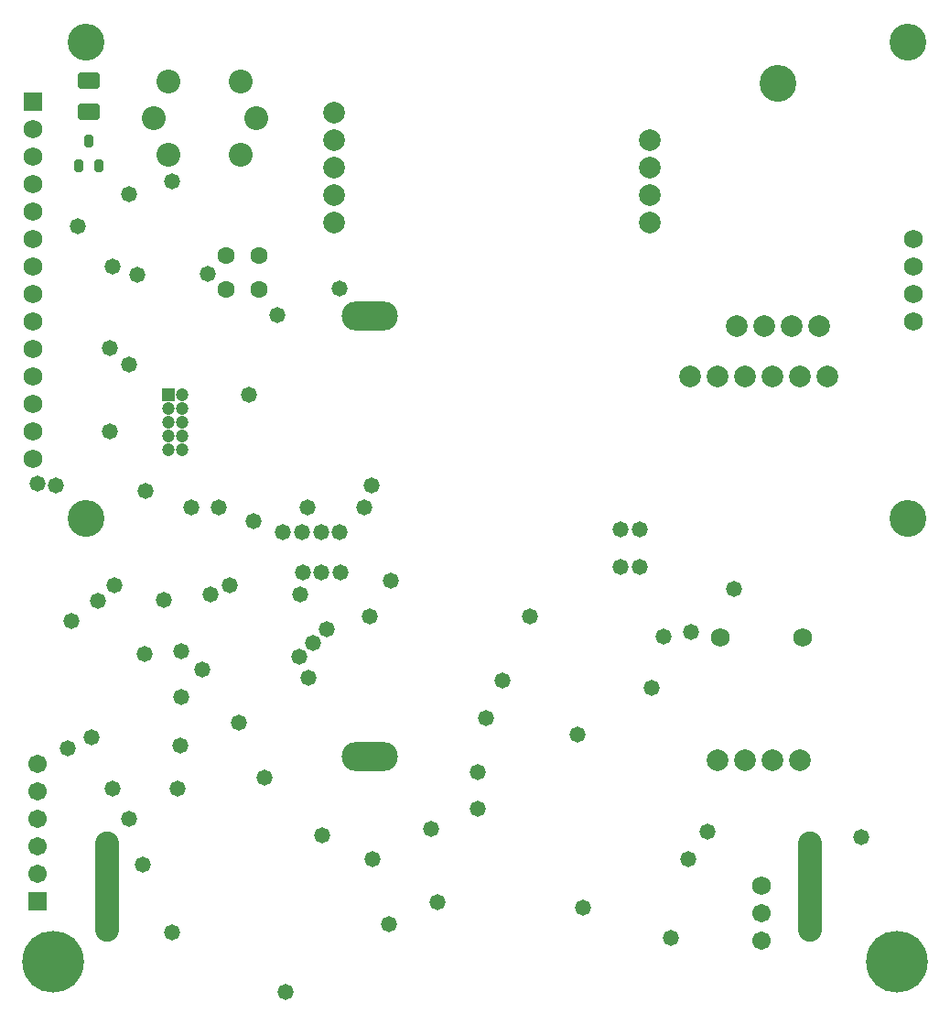
<source format=gbs>
G04*
G04 #@! TF.GenerationSoftware,Altium Limited,Altium Designer,19.1.5 (86)*
G04*
G04 Layer_Color=16711935*
%FSLAX25Y25*%
%MOIN*%
G70*
G01*
G75*
G04:AMPARAMS|DCode=20|XSize=31.62mil|YSize=47.37mil|CornerRadius=6.95mil|HoleSize=0mil|Usage=FLASHONLY|Rotation=0.000|XOffset=0mil|YOffset=0mil|HoleType=Round|Shape=RoundedRectangle|*
%AMROUNDEDRECTD20*
21,1,0.03162,0.03347,0,0,0.0*
21,1,0.01772,0.04737,0,0,0.0*
1,1,0.01391,0.00886,-0.01673*
1,1,0.01391,-0.00886,-0.01673*
1,1,0.01391,-0.00886,0.01673*
1,1,0.01391,0.00886,0.01673*
%
%ADD20ROUNDEDRECTD20*%
G04:AMPARAMS|DCode=21|XSize=78.87mil|YSize=59.18mil|CornerRadius=10.4mil|HoleSize=0mil|Usage=FLASHONLY|Rotation=180.000|XOffset=0mil|YOffset=0mil|HoleType=Round|Shape=RoundedRectangle|*
%AMROUNDEDRECTD21*
21,1,0.07887,0.03839,0,0,180.0*
21,1,0.05807,0.05918,0,0,180.0*
1,1,0.02080,-0.02904,0.01919*
1,1,0.02080,0.02904,0.01919*
1,1,0.02080,0.02904,-0.01919*
1,1,0.02080,-0.02904,-0.01919*
%
%ADD21ROUNDEDRECTD21*%
%ADD43O,0.08674X0.40170*%
%ADD44C,0.06800*%
%ADD45C,0.13398*%
%ADD46R,0.06800X0.06800*%
%ADD47C,0.07887*%
%ADD48O,0.20485X0.10642*%
%ADD49C,0.04737*%
%ADD50R,0.04737X0.04737*%
%ADD51C,0.06312*%
%ADD52C,0.08674*%
%ADD53C,0.06706*%
%ADD54R,0.06706X0.06706*%
%ADD55C,0.22453*%
%ADD56C,0.05800*%
D20*
X32480Y318504D02*
D03*
X28740Y309449D02*
D03*
X36220D02*
D03*
D21*
X32480Y340354D02*
D03*
Y328937D02*
D03*
D43*
X39370Y47244D02*
D03*
X295276D02*
D03*
D44*
X292461Y137795D02*
D03*
X262657D02*
D03*
X332835Y282716D02*
D03*
X332752Y272716D02*
D03*
X332835Y262717D02*
D03*
X332752Y252716D02*
D03*
X12126Y202716D02*
D03*
Y212717D02*
D03*
Y222716D02*
D03*
Y232716D02*
D03*
Y242717D02*
D03*
Y252716D02*
D03*
Y262717D02*
D03*
Y272716D02*
D03*
Y282716D02*
D03*
Y292717D02*
D03*
Y302716D02*
D03*
Y312717D02*
D03*
Y322716D02*
D03*
X277559Y47402D02*
D03*
D45*
X331024Y181102D02*
D03*
Y354331D02*
D03*
X31496Y181102D02*
D03*
Y354331D02*
D03*
X283465Y339567D02*
D03*
D46*
X12126Y332716D02*
D03*
D47*
X261575Y93177D02*
D03*
X271575D02*
D03*
X281575D02*
D03*
X291575D02*
D03*
X301575Y232677D02*
D03*
X291575D02*
D03*
X281575D02*
D03*
X271575D02*
D03*
X261575D02*
D03*
X251575D02*
D03*
X268465Y250984D02*
D03*
X288465D02*
D03*
X298465D02*
D03*
X278465D02*
D03*
X122047Y328898D02*
D03*
Y318898D02*
D03*
Y298898D02*
D03*
Y288898D02*
D03*
Y308898D02*
D03*
X237047Y298898D02*
D03*
Y308898D02*
D03*
Y318898D02*
D03*
Y288898D02*
D03*
D48*
X134843Y254724D02*
D03*
Y94488D02*
D03*
D49*
X61476Y205945D02*
D03*
Y210945D02*
D03*
Y215945D02*
D03*
Y220945D02*
D03*
X66476Y205945D02*
D03*
Y210945D02*
D03*
Y215945D02*
D03*
Y220945D02*
D03*
Y225945D02*
D03*
D50*
X61476D02*
D03*
D51*
X94685Y276772D02*
D03*
Y264567D02*
D03*
X82480D02*
D03*
Y276772D02*
D03*
D52*
X56102Y326772D02*
D03*
X61580Y339995D02*
D03*
X88027D02*
D03*
X93504Y326772D02*
D03*
X88027Y313548D02*
D03*
X61580D02*
D03*
D53*
X13934Y91850D02*
D03*
Y81850D02*
D03*
Y71850D02*
D03*
Y61850D02*
D03*
Y51850D02*
D03*
X277559Y37402D02*
D03*
Y27402D02*
D03*
D54*
X13934Y41850D02*
D03*
D55*
X19685Y19685D02*
D03*
X326772D02*
D03*
D56*
X117522Y65647D02*
D03*
X41339Y82677D02*
D03*
X64961D02*
D03*
X62992Y30512D02*
D03*
X40354Y243110D02*
D03*
Y212598D02*
D03*
X157210Y67913D02*
D03*
X135827Y57087D02*
D03*
X250984Y57087D02*
D03*
X26378Y143701D02*
D03*
X41732Y156693D02*
D03*
X35827Y151181D02*
D03*
X244488Y28346D02*
D03*
X79724Y185039D02*
D03*
X237621Y119277D02*
D03*
X52165Y55118D02*
D03*
X313976Y64961D02*
D03*
X47244Y237205D02*
D03*
X13780Y193898D02*
D03*
X20669Y192913D02*
D03*
X53150Y190945D02*
D03*
X112205Y185039D02*
D03*
X267717Y155512D02*
D03*
X174213Y75295D02*
D03*
Y88583D02*
D03*
X135433Y192913D02*
D03*
X90945Y225984D02*
D03*
X132874Y185039D02*
D03*
X101378Y254921D02*
D03*
X92520Y180118D02*
D03*
X124016Y264764D02*
D03*
X103347Y176181D02*
D03*
X110236D02*
D03*
X117126D02*
D03*
X124015Y176181D02*
D03*
X60039Y151575D02*
D03*
X69882Y185039D02*
D03*
X193130Y145453D02*
D03*
X50197Y269685D02*
D03*
X75787Y270079D02*
D03*
X104331Y8858D02*
D03*
X142717Y158465D02*
D03*
X112540Y123031D02*
D03*
X109252Y130905D02*
D03*
X119095Y140748D02*
D03*
X114173Y135827D02*
D03*
X134843Y145334D02*
D03*
X233268Y163386D02*
D03*
X226378Y177165D02*
D03*
X226378Y163386D02*
D03*
X41339Y272638D02*
D03*
X24946Y97504D02*
D03*
X47244Y299213D02*
D03*
X28543Y287402D02*
D03*
X65945Y98442D02*
D03*
X233268Y177165D02*
D03*
X47244Y71850D02*
D03*
X83816Y156884D02*
D03*
X33619Y101378D02*
D03*
X109406Y153543D02*
D03*
X53045Y131890D02*
D03*
X76926Y153543D02*
D03*
X117280Y161417D02*
D03*
X73973Y125984D02*
D03*
X110391Y161417D02*
D03*
X66099Y116141D02*
D03*
X87305Y106836D02*
D03*
X124170Y161417D02*
D03*
X66099Y132874D02*
D03*
X62992Y303773D02*
D03*
X96611Y86614D02*
D03*
X210462Y102425D02*
D03*
X251969Y139764D02*
D03*
X177165Y108268D02*
D03*
X183071Y122047D02*
D03*
X241732Y138189D02*
D03*
X257874Y66929D02*
D03*
X212598Y39370D02*
D03*
X159449Y41339D02*
D03*
X141732Y33465D02*
D03*
M02*

</source>
